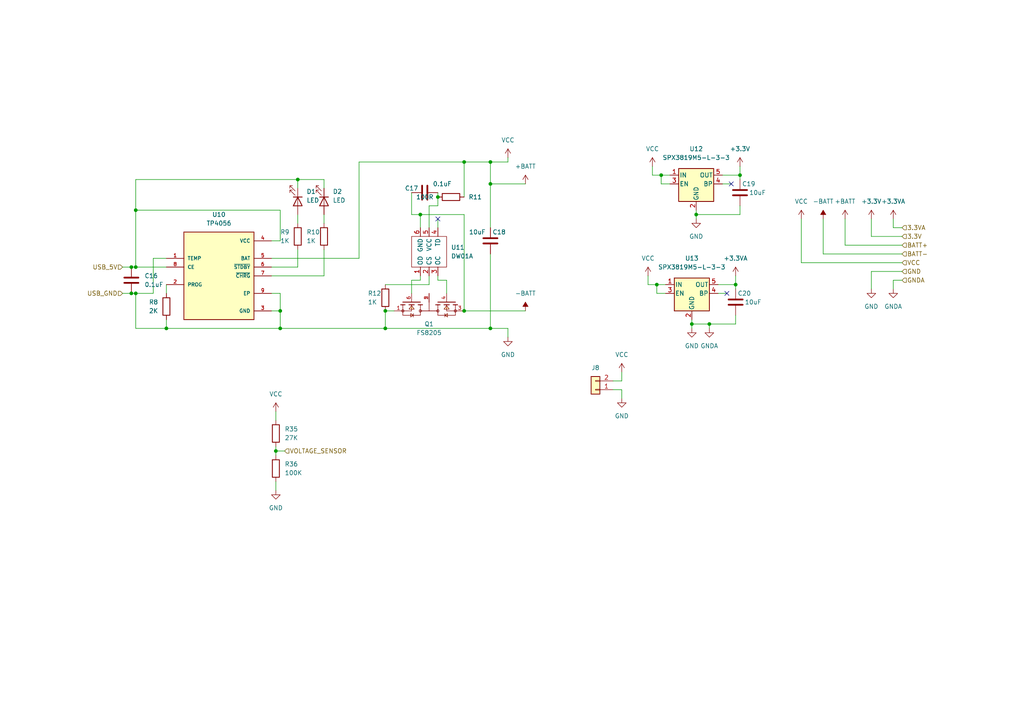
<source format=kicad_sch>
(kicad_sch (version 20211123) (generator eeschema)
  (paper "A4")
  (lib_symbols
    (symbol "Connector_Generic:Conn_01x02" (pin_names (offset 1.016) hide)
      (property "Reference" "J" (at 0 2.54 0))
      (property "Value" "Conn_01x02" (at 0 -5.08 0))
      (symbol "Conn_01x02_1_1"
        (rectangle (start -1.27 -2.413) (end 0 -2.667) (stroke (width 0.1524)))
        (rectangle (start -1.27 0.127) (end 0 -0.127) (stroke (width 0.1524)))
        (rectangle (start -1.27 1.27) (end 1.27 -3.81) (stroke (width 0.254)) (fill (type background)))
        (pin passive line (at -5.08 0 0) (length 3.81) (name "Pin_1") (number "1"))
        (pin passive line (at -5.08 -2.54 0) (length 3.81) (name "Pin_2") (number "2"))
      )
    )
    (symbol "Device:C" (pin_numbers hide) (pin_names (offset 0.254))
      (property "Reference" "C" (at 0.635 2.54 0))
      (property "Value" "C" (at 0.635 -2.54 0))
      (symbol "C_0_1"
        (polyline (pts (xy -2.032 -0.762) (xy 2.032 -0.762)) (stroke (width 0.508)))
        (polyline (pts (xy -2.032 0.762) (xy 2.032 0.762)) (stroke (width 0.508)))
      )
      (symbol "C_1_1"
        (pin passive line (at 0 3.81 270) (length 2.794) (name "~") (number "1"))
        (pin passive line (at 0 -3.81 90) (length 2.794) (name "~") (number "2"))
      )
    )
    (symbol "Device:LED" (pin_numbers hide) (pin_names (offset 1.016) hide)
      (property "Reference" "D" (at 0 2.54 0))
      (property "Value" "LED" (at 0 -2.54 0))
      (symbol "LED_0_1"
        (polyline (pts (xy -1.27 -1.27) (xy -1.27 1.27)) (stroke (width 0.254)))
        (polyline (pts (xy -1.27 0) (xy 1.27 0)))
        (polyline (pts (xy 1.27 -1.27) (xy 1.27 1.27) (xy -1.27 0) (xy 1.27 -1.27)) (stroke (width 0.254)))
        (polyline (pts (xy -3.048 -0.762) (xy -4.572 -2.286) (xy -3.81 -2.286) (xy -4.572 -2.286) (xy -4.572 -1.524)))
        (polyline (pts (xy -1.778 -0.762) (xy -3.302 -2.286) (xy -2.54 -2.286) (xy -3.302 -2.286) (xy -3.302 -1.524)))
      )
      (symbol "LED_1_1"
        (pin passive line (at -3.81 0 0) (length 2.54) (name "K") (number "1"))
        (pin passive line (at 3.81 0 180) (length 2.54) (name "A") (number "2"))
      )
    )
    (symbol "Device:R" (pin_numbers hide) (pin_names (offset 0))
      (property "Reference" "R" (at 2.032 0 90))
      (property "Value" "R" (at 0 0 90))
      (symbol "R_0_1"
        (rectangle (start -1.016 -2.54) (end 1.016 2.54) (stroke (width 0.254)))
      )
      (symbol "R_1_1"
        (pin passive line (at 0 3.81 270) (length 1.27) (name "~") (number "1"))
        (pin passive line (at 0 -3.81 90) (length 1.27) (name "~") (number "2"))
      )
    )
    (symbol "Regulator_Linear:SPX3819M5-L-3-3" (pin_names (offset 0.254))
      (property "Reference" "U" (at -3.81 5.715 0))
      (property "Value" "SPX3819M5-L-3-3" (at 0 5.715 0))
      (symbol "SPX3819M5-L-3-3_0_1"
        (rectangle (start -5.08 4.445) (end 5.08 -5.08) (stroke (width 0.254)) (fill (type background)))
      )
      (symbol "SPX3819M5-L-3-3_1_1"
        (pin power_in line (at -7.62 2.54 0) (length 2.54) (name "IN") (number "1"))
        (pin power_in line (at 0 -7.62 90) (length 2.54) (name "GND") (number "2"))
        (pin input line (at -7.62 0 0) (length 2.54) (name "EN") (number "3"))
        (pin input line (at 7.62 0 180) (length 2.54) (name "BP") (number "4"))
        (pin power_out line (at 7.62 2.54 180) (length 2.54) (name "OUT") (number "5"))
      )
    )
    (symbol "Supply:DW01A"
      (property "Reference" "D" (at 0 0 0))
      (property "Value" "DW01A" (at 7.62 2.54 0))
      (symbol "DW01A_0_1"
        (rectangle (start 0 0) (end 8.89 -10.16))
      )
      (symbol "DW01A_1_1"
        (pin output line (at -2.54 -2.54 0) (length 2.54) (name "OD") (number "1"))
        (pin input line (at -2.54 -5.08 0) (length 2.54) (name "CS") (number "2"))
        (pin output line (at -2.54 -7.62 0) (length 2.54) (name "OC") (number "3"))
        (pin input line (at 11.43 -7.62 180) (length 2.54) (name "TD") (number "4"))
        (pin power_in line (at 11.43 -5.08 180) (length 2.54) (name "VCC") (number "5"))
        (pin power_in line (at 11.43 -2.54 180) (length 2.54) (name "GND") (number "6"))
      )
    )
    (symbol "Supply:FS8205" (pin_names (offset 1.016) hide)
      (property "Reference" "Q" (at 2.54 2.286 0))
      (property "Value" "FS8205" (at 2.54 -2.032 0))
      (symbol "FS8205_0_0"
        (circle (center 0 -7.62) (radius 0.3556))
        (circle (center 0 -2.54) (radius 0.3556))
        (polyline (pts (xy -2.54 -2.54) (xy -2.54 -7.62)) (stroke (width 0.254)))
        (polyline (pts (xy -2.54 0) (xy 0 0)) (stroke (width 0.1524)))
        (polyline (pts (xy -2.54 2.54) (xy -2.54 7.62)) (stroke (width 0.254)))
        (polyline (pts (xy -1.778 -7.62) (xy -1.778 -8.255)) (stroke (width 0.254)))
        (polyline (pts (xy -1.778 -6.985) (xy -1.778 -7.62)) (stroke (width 0.254)))
        (polyline (pts (xy -1.778 -5.08) (xy -1.778 -5.842)) (stroke (width 0.254)))
        (polyline (pts (xy -1.778 -5.08) (xy 0 -5.08)) (stroke (width 0.1524)))
        (polyline (pts (xy -1.778 -4.318) (xy -1.778 -5.08)) (stroke (width 0.254)))
        (polyline (pts (xy -1.778 -2.54) (xy -1.778 -3.175)) (stroke (width 0.254)))
        (polyline (pts (xy -1.778 -2.54) (xy 0 -2.54)) (stroke (width 0.1524)))
        (polyline (pts (xy -1.778 -1.905) (xy -1.778 -2.54)) (stroke (width 0.254)))
        (polyline (pts (xy -1.778 1.905) (xy -1.778 2.54)) (stroke (width 0.254)))
        (polyline (pts (xy -1.778 2.54) (xy -1.778 3.175)) (stroke (width 0.254)))
        (polyline (pts (xy -1.778 2.54) (xy 0 2.54)) (stroke (width 0.1524)))
        (polyline (pts (xy -1.778 4.318) (xy -1.778 5.08)) (stroke (width 0.254)))
        (polyline (pts (xy -1.778 5.08) (xy -1.778 5.842)) (stroke (width 0.254)))
        (polyline (pts (xy -1.778 5.08) (xy 0 5.08)) (stroke (width 0.1524)))
        (polyline (pts (xy -1.778 6.985) (xy -1.778 7.62)) (stroke (width 0.254)))
        (polyline (pts (xy -1.778 7.62) (xy -1.778 8.255)) (stroke (width 0.254)))
        (polyline (pts (xy 0 -7.62) (xy -1.778 -7.62)) (stroke (width 0.1524)))
        (polyline (pts (xy 0 -7.62) (xy 1.27 -7.62)) (stroke (width 0.1524)))
        (polyline (pts (xy 0 -5.08) (xy 0 -7.62)) (stroke (width 0.1524)))
        (polyline (pts (xy 0 -2.54) (xy 1.27 -2.54)) (stroke (width 0.1524)))
        (polyline (pts (xy 0 0) (xy 0 -2.54)) (stroke (width 0.1778)))
        (polyline (pts (xy 0 2.54) (xy 0 0)) (stroke (width 0.1778)))
        (polyline (pts (xy 0 2.54) (xy 1.27 2.54)) (stroke (width 0.1524)))
        (polyline (pts (xy 0 5.08) (xy 0 7.62)) (stroke (width 0.1524)))
        (polyline (pts (xy 0 7.62) (xy -1.778 7.62)) (stroke (width 0.1524)))
        (polyline (pts (xy 0 7.62) (xy 1.27 7.62)) (stroke (width 0.1524)))
        (polyline (pts (xy 1.27 -4.572) (xy 0.762 -4.572)) (stroke (width 0.1524)))
        (polyline (pts (xy 1.27 -4.572) (xy 1.27 -7.62)) (stroke (width 0.1524)))
        (polyline (pts (xy 1.27 -2.54) (xy 1.27 -4.572)) (stroke (width 0.1524)))
        (polyline (pts (xy 1.27 2.54) (xy 1.27 4.572)) (stroke (width 0.1524)))
        (polyline (pts (xy 1.27 4.572) (xy 0.762 4.572)) (stroke (width 0.1524)))
        (polyline (pts (xy 1.27 4.572) (xy 1.27 7.62)) (stroke (width 0.1524)))
        (polyline (pts (xy 1.778 -4.572) (xy 1.27 -4.572)) (stroke (width 0.1524)))
        (polyline (pts (xy 1.778 4.572) (xy 1.27 4.572)) (stroke (width 0.1524)))
        (polyline (pts (xy -1.524 -5.08) (xy -0.508 -4.318) (xy -0.508 -5.842) (xy -1.524 -5.08)) (stroke (width 0.1524)) (fill (type background)))
        (polyline (pts (xy -1.524 5.08) (xy -0.508 4.318) (xy -0.508 5.842) (xy -1.524 5.08)) (stroke (width 0.1524)) (fill (type background)))
        (polyline (pts (xy 1.27 -4.572) (xy 0.762 -5.334) (xy 1.778 -5.334) (xy 1.27 -4.572)) (stroke (width 0.1524)) (fill (type background)))
        (polyline (pts (xy 1.27 4.572) (xy 0.762 5.334) (xy 1.778 5.334) (xy 1.27 4.572)) (stroke (width 0.1524)) (fill (type background)))
        (circle (center 0 2.54) (radius 0.3556))
        (circle (center 0 7.62) (radius 0.3556))
        (pin passive line (at 0 -10.16 90) (length 2.54) (name "~") (number "1"))
        (pin passive line (at -5.08 0 0) (length 2.54) (name "~") (number "2"))
        (pin passive line (at 0 10.16 270) (length 2.54) (name "~") (number "3"))
        (pin passive line (at -5.08 5.08 0) (length 2.54) (name "~") (number "4"))
        (pin passive line (at -5.08 0 0) (length 2.54) (name "~") (number "5"))
        (pin passive line (at -5.08 -5.08 0) (length 2.54) (name "~") (number "6"))
      )
    )
    (symbol "Supply:TP4056" (pin_names (offset 1.016))
      (property "Reference" "U" (at -10.16 13.208 0))
      (property "Value" "TP4056" (at -10.16 -15.24 0))
      (symbol "TP4056_0_0"
        (rectangle (start -10.16 -12.7) (end 10.16 12.7) (stroke (width 0.254)) (fill (type background)))
        (pin input line (at -15.24 5.08 0) (length 5.08) (name "TEMP") (number "1"))
        (pin bidirectional line (at -15.24 -2.54 0) (length 5.08) (name "PROG") (number "2"))
        (pin power_in line (at 15.24 -10.16 180) (length 5.08) (name "GND") (number "3"))
        (pin power_in line (at 15.24 10.16 180) (length 5.08) (name "VCC") (number "4"))
        (pin output line (at 15.24 5.08 180) (length 5.08) (name "BAT") (number "5"))
        (pin output line (at 15.24 2.54 180) (length 5.08) (name "~{STDBY}") (number "6"))
        (pin output line (at 15.24 0 180) (length 5.08) (name "~{CHRG}") (number "7"))
        (pin input line (at -15.24 2.54 0) (length 5.08) (name "CE") (number "8"))
        (pin passive line (at 15.24 -5.08 180) (length 5.08) (name "EP") (number "9"))
      )
    )
    (symbol "power:+3.3V" (power) (pin_names (offset 0))
      (property "Value" "+3.3V" (at 0 3.556 0))
      (symbol "+3.3V_0_1"
        (polyline (pts (xy -0.762 1.27) (xy 0 2.54)))
        (polyline (pts (xy 0 0) (xy 0 2.54)))
        (polyline (pts (xy 0 2.54) (xy 0.762 1.27)))
      )
      (symbol "+3.3V_1_1"
        (pin power_in line (at 0 0 90) (length 0) hide (name "+3.3V") (number "1"))
      )
    )
    (symbol "power:+3.3VA" (power) (pin_names (offset 0))
      (property "Value" "+3.3VA" (at 0 3.556 0))
      (symbol "+3.3VA_0_1"
        (polyline (pts (xy -0.762 1.27) (xy 0 2.54)))
        (polyline (pts (xy 0 0) (xy 0 2.54)))
        (polyline (pts (xy 0 2.54) (xy 0.762 1.27)))
      )
      (symbol "+3.3VA_1_1"
        (pin power_in line (at 0 0 90) (length 0) hide (name "+3.3VA") (number "1"))
      )
    )
    (symbol "power:+BATT" (power) (pin_names (offset 0))
      (property "Value" "+BATT" (at 0 3.556 0))
      (symbol "+BATT_0_1"
        (polyline (pts (xy -0.762 1.27) (xy 0 2.54)))
        (polyline (pts (xy 0 0) (xy 0 2.54)))
        (polyline (pts (xy 0 2.54) (xy 0.762 1.27)))
      )
      (symbol "+BATT_1_1"
        (pin power_in line (at 0 0 90) (length 0) hide (name "+BATT") (number "1"))
      )
    )
    (symbol "power:-BATT" (power) (pin_names (offset 0))
      (property "Value" "-BATT" (at 0 3.556 0))
      (symbol "-BATT_0_1"
        (polyline (pts (xy 0 0) (xy 0 2.54)))
        (polyline (pts (xy 0.762 1.27) (xy -0.762 1.27) (xy 0 2.54) (xy 0.762 1.27)) (fill (type outline)))
      )
      (symbol "-BATT_1_1"
        (pin power_in line (at 0 0 90) (length 0) hide (name "-BATT") (number "1"))
      )
    )
    (symbol "power:GND" (power) (pin_names (offset 0))
      (property "Value" "GND" (at 0 -3.81 0))
      (symbol "GND_0_1"
        (polyline (pts (xy 0 0) (xy 0 -1.27) (xy 1.27 -1.27) (xy 0 -2.54) (xy -1.27 -1.27) (xy 0 -1.27)))
      )
      (symbol "GND_1_1"
        (pin power_in line (at 0 0 270) (length 0) hide (name "GND") (number "1"))
      )
    )
    (symbol "power:GNDA" (power) (pin_names (offset 0))
      (property "Value" "GNDA" (at 0 -3.81 0))
      (symbol "GNDA_0_1"
        (polyline (pts (xy 0 0) (xy 0 -1.27) (xy 1.27 -1.27) (xy 0 -2.54) (xy -1.27 -1.27) (xy 0 -1.27)))
      )
      (symbol "GNDA_1_1"
        (pin power_in line (at 0 0 270) (length 0) hide (name "GNDA") (number "1"))
      )
    )
    (symbol "power:VCC" (power) (pin_names (offset 0))
      (property "Value" "VCC" (at 0 3.81 0))
      (symbol "VCC_0_1"
        (polyline (pts (xy -0.762 1.27) (xy 0 2.54)))
        (polyline (pts (xy 0 0) (xy 0 2.54)))
        (polyline (pts (xy 0 2.54) (xy 0.762 1.27)))
      )
      (symbol "VCC_1_1"
        (pin power_in line (at 0 0 90) (length 0) hide (name "VCC") (number "1"))
      )
    )
  )
  (junction (at 190.5 82.55))
  (junction (at 111.76 90.17))
  (junction (at 134.62 90.17))
  (junction (at 200.66 93.98))
  (junction (at 39.37 60.96))
  (junction (at 134.62 46.99))
  (junction (at 39.37 77.47))
  (junction (at 38.1 77.47))
  (junction (at 86.36 52.07))
  (junction (at 81.28 95.25))
  (junction (at 127 57.15))
  (junction (at 142.24 53.34))
  (junction (at 38.1 85.09))
  (junction (at 111.76 95.25))
  (junction (at 142.24 46.99))
  (junction (at 201.93 62.23))
  (junction (at 80.01 130.81))
  (junction (at 213.36 82.55))
  (junction (at 39.37 85.09))
  (junction (at 214.63 50.8))
  (junction (at 48.26 95.25))
  (junction (at 121.92 62.23))
  (junction (at 191.77 50.8))
  (junction (at 81.28 90.17))
  (junction (at 142.24 95.25))
  (junction (at 205.74 93.98))
  (no_connect (at 127 63.5))
  (no_connect (at 210.82 85.09))
  (no_connect (at 212.09 53.34))
  (wire (pts (xy 119.38 81.28) (xy 121.92 81.28)))
  (wire (pts (xy 189.23 50.8) (xy 189.23 48.26)))
  (wire (pts (xy 127 81.28) (xy 127 80.01)))
  (wire (pts (xy 147.32 95.25) (xy 147.32 97.79)))
  (wire (pts (xy 111.76 82.55) (xy 124.46 82.55)))
  (wire (pts (xy 39.37 52.07) (xy 39.37 60.96)))
  (wire (pts (xy 78.74 74.93) (xy 104.14 74.93)))
  (wire (pts (xy 124.46 59.69) (xy 124.46 66.04)))
  (wire (pts (xy 121.92 62.23) (xy 119.38 62.23)))
  (wire (pts (xy 38.1 85.09) (xy 39.37 85.09)))
  (wire (pts (xy 39.37 77.47) (xy 48.26 77.47)))
  (wire (pts (xy 104.14 74.93) (xy 104.14 46.99)))
  (wire (pts (xy 93.98 80.01) (xy 93.98 72.39)))
  (wire (pts (xy 80.01 130.81) (xy 80.01 132.08)))
  (wire (pts (xy 191.77 50.8) (xy 189.23 50.8)))
  (wire (pts (xy 205.74 93.98) (xy 200.66 93.98)))
  (wire (pts (xy 134.62 46.99) (xy 142.24 46.99)))
  (wire (pts (xy 214.63 62.23) (xy 201.93 62.23)))
  (wire (pts (xy 78.74 85.09) (xy 81.28 85.09)))
  (wire (pts (xy 190.5 82.55) (xy 187.96 82.55)))
  (wire (pts (xy 238.76 73.66) (xy 261.62 73.66)))
  (wire (pts (xy 48.26 92.71) (xy 48.26 95.25)))
  (wire (pts (xy 213.36 91.44) (xy 213.36 93.98)))
  (wire (pts (xy 142.24 66.04) (xy 142.24 53.34)))
  (wire (pts (xy 180.34 113.03) (xy 180.34 115.57)))
  (wire (pts (xy 127 59.69) (xy 127 57.15)))
  (wire (pts (xy 191.77 53.34) (xy 191.77 50.8)))
  (wire (pts (xy 80.01 129.54) (xy 80.01 130.81)))
  (wire (pts (xy 93.98 54.61) (xy 93.98 52.07)))
  (wire (pts (xy 81.28 60.96) (xy 39.37 60.96)))
  (wire (pts (xy 81.28 90.17) (xy 81.28 95.25)))
  (wire (pts (xy 261.62 68.58) (xy 252.73 68.58)))
  (wire (pts (xy 208.28 85.09) (xy 210.82 85.09)))
  (wire (pts (xy 81.28 69.85) (xy 81.28 60.96)))
  (wire (pts (xy 127 63.5) (xy 127 66.04)))
  (wire (pts (xy 124.46 59.69) (xy 127 59.69)))
  (wire (pts (xy 232.41 76.2) (xy 232.41 63.5)))
  (wire (pts (xy 127 57.15) (xy 127 55.88)))
  (wire (pts (xy 214.63 50.8) (xy 214.63 48.26)))
  (wire (pts (xy 35.56 77.47) (xy 38.1 77.47)))
  (wire (pts (xy 81.28 95.25) (xy 111.76 95.25)))
  (wire (pts (xy 190.5 82.55) (xy 193.04 82.55)))
  (wire (pts (xy 129.54 85.09) (xy 129.54 81.28)))
  (wire (pts (xy 142.24 46.99) (xy 147.32 46.99)))
  (wire (pts (xy 104.14 46.99) (xy 134.62 46.99)))
  (wire (pts (xy 78.74 69.85) (xy 81.28 69.85)))
  (wire (pts (xy 111.76 95.25) (xy 142.24 95.25)))
  (wire (pts (xy 81.28 95.25) (xy 48.26 95.25)))
  (wire (pts (xy 200.66 92.71) (xy 200.66 93.98)))
  (wire (pts (xy 213.36 82.55) (xy 213.36 83.82)))
  (wire (pts (xy 259.08 66.04) (xy 259.08 63.5)))
  (wire (pts (xy 39.37 85.09) (xy 44.45 85.09)))
  (wire (pts (xy 201.93 62.23) (xy 201.93 63.5)))
  (wire (pts (xy 177.8 110.49) (xy 180.34 110.49)))
  (wire (pts (xy 134.62 90.17) (xy 152.4 90.17)))
  (wire (pts (xy 93.98 62.23) (xy 93.98 64.77)))
  (wire (pts (xy 147.32 46.99) (xy 147.32 45.72)))
  (wire (pts (xy 78.74 77.47) (xy 86.36 77.47)))
  (wire (pts (xy 209.55 50.8) (xy 214.63 50.8)))
  (wire (pts (xy 44.45 85.09) (xy 44.45 74.93)))
  (wire (pts (xy 261.62 81.28) (xy 259.08 81.28)))
  (wire (pts (xy 86.36 52.07) (xy 39.37 52.07)))
  (wire (pts (xy 86.36 62.23) (xy 86.36 64.77)))
  (wire (pts (xy 93.98 52.07) (xy 86.36 52.07)))
  (wire (pts (xy 80.01 119.38) (xy 80.01 121.92)))
  (wire (pts (xy 39.37 60.96) (xy 39.37 77.47)))
  (wire (pts (xy 208.28 82.55) (xy 213.36 82.55)))
  (wire (pts (xy 261.62 71.12) (xy 245.11 71.12)))
  (wire (pts (xy 38.1 77.47) (xy 39.37 77.47)))
  (wire (pts (xy 134.62 62.23) (xy 134.62 90.17)))
  (wire (pts (xy 213.36 82.55) (xy 213.36 80.01)))
  (wire (pts (xy 190.5 85.09) (xy 190.5 82.55)))
  (wire (pts (xy 80.01 139.7) (xy 80.01 142.24)))
  (wire (pts (xy 213.36 93.98) (xy 205.74 93.98)))
  (wire (pts (xy 214.63 59.69) (xy 214.63 62.23)))
  (wire (pts (xy 48.26 95.25) (xy 39.37 95.25)))
  (wire (pts (xy 142.24 53.34) (xy 142.24 46.99)))
  (wire (pts (xy 187.96 82.55) (xy 187.96 80.01)))
  (wire (pts (xy 86.36 77.47) (xy 86.36 72.39)))
  (wire (pts (xy 261.62 76.2) (xy 232.41 76.2)))
  (wire (pts (xy 119.38 62.23) (xy 119.38 55.88)))
  (wire (pts (xy 245.11 71.12) (xy 245.11 63.5)))
  (wire (pts (xy 142.24 53.34) (xy 152.4 53.34)))
  (wire (pts (xy 35.56 85.09) (xy 38.1 85.09)))
  (wire (pts (xy 142.24 95.25) (xy 147.32 95.25)))
  (wire (pts (xy 252.73 78.74) (xy 252.73 83.82)))
  (wire (pts (xy 180.34 107.95) (xy 180.34 110.49)))
  (wire (pts (xy 111.76 90.17) (xy 111.76 95.25)))
  (wire (pts (xy 261.62 78.74) (xy 252.73 78.74)))
  (wire (pts (xy 80.01 130.81) (xy 82.55 130.81)))
  (wire (pts (xy 201.93 60.96) (xy 201.93 62.23)))
  (wire (pts (xy 134.62 46.99) (xy 134.62 57.15)))
  (wire (pts (xy 191.77 50.8) (xy 194.31 50.8)))
  (wire (pts (xy 78.74 90.17) (xy 81.28 90.17)))
  (wire (pts (xy 119.38 85.09) (xy 119.38 81.28)))
  (wire (pts (xy 39.37 95.25) (xy 39.37 85.09)))
  (wire (pts (xy 193.04 85.09) (xy 190.5 85.09)))
  (wire (pts (xy 209.55 53.34) (xy 212.09 53.34)))
  (wire (pts (xy 177.8 113.03) (xy 180.34 113.03)))
  (wire (pts (xy 48.26 82.55) (xy 48.26 85.09)))
  (wire (pts (xy 200.66 93.98) (xy 200.66 95.25)))
  (wire (pts (xy 259.08 81.28) (xy 259.08 83.82)))
  (wire (pts (xy 121.92 81.28) (xy 121.92 80.01)))
  (wire (pts (xy 214.63 50.8) (xy 214.63 52.07)))
  (wire (pts (xy 142.24 73.66) (xy 142.24 95.25)))
  (wire (pts (xy 86.36 52.07) (xy 86.36 54.61)))
  (wire (pts (xy 238.76 63.5) (xy 238.76 73.66)))
  (wire (pts (xy 129.54 81.28) (xy 127 81.28)))
  (wire (pts (xy 194.31 53.34) (xy 191.77 53.34)))
  (wire (pts (xy 44.45 74.93) (xy 48.26 74.93)))
  (wire (pts (xy 261.62 66.04) (xy 259.08 66.04)))
  (wire (pts (xy 81.28 85.09) (xy 81.28 90.17)))
  (wire (pts (xy 124.46 82.55) (xy 124.46 80.01)))
  (wire (pts (xy 121.92 66.04) (xy 121.92 62.23)))
  (wire (pts (xy 111.76 90.17) (xy 114.3 90.17)))
  (wire (pts (xy 121.92 62.23) (xy 134.62 62.23)))
  (wire (pts (xy 252.73 68.58) (xy 252.73 63.5)))
  (wire (pts (xy 78.74 80.01) (xy 93.98 80.01)))
  (wire (pts (xy 205.74 93.98) (xy 205.74 95.25)))
  (hierarchical_label "GND" (shape input) (at 261.62 78.74 0))
  (hierarchical_label "VOLTAGE_SENSOR" (shape input) (at 82.55 130.81 0))
  (hierarchical_label "VCC" (shape input) (at 261.62 76.2 0))
  (hierarchical_label "GNDA" (shape input) (at 261.62 81.28 0))
  (hierarchical_label "BATT+" (shape input) (at 261.62 71.12 0))
  (hierarchical_label "USB_GND" (shape input) (at 35.56 85.09 180))
  (hierarchical_label "3.3VA" (shape input) (at 261.62 66.04 0))
  (hierarchical_label "USB_5V" (shape input) (at 35.56 77.47 180))
  (hierarchical_label "3.3V" (shape input) (at 261.62 68.58 0))
  (hierarchical_label "BATT-" (shape input) (at 261.62 73.66 0))
  (symbol (lib_id "power:+BATT") (at 152.4 53.34 0) (unit 1)
    (property "Reference" "#PWR0162" (effects hide))
    (property "Value" "+BATT" (at 152.4 48.26 0))
  )
  (symbol (lib_id "power:-BATT") (at 238.76 63.5 0) (unit 1)
    (property "Reference" "#PWR0193" (effects hide))
    (property "Value" "-BATT" (at 238.76 58.42 0))
  )
  (symbol (lib_id "power:GND") (at 201.93 63.5 0) (unit 1)
    (property "Reference" "#PWR0170" (effects hide))
    (property "Value" "GND" (at 201.93 68.58 0))
  )
  (symbol (lib_id "power:+3.3V") (at 252.73 63.5 0) (unit 1)
    (property "Reference" "#PWR0177" (effects hide))
    (property "Value" "+3.3V" (at 252.73 58.42 0))
  )
  (symbol (lib_id "Device:R") (at 86.36 68.58 0) (unit 1)
    (property "Reference" "R9" (at 81.28 67.31 0) (effects (justify left)))
    (property "Value" "1K" (at 81.28 69.85 0) (effects (justify left)))
    (property "Footprint" "Resistor_SMD:R_0805_2012Metric_Pad1.20x1.40mm_HandSolder" (effects hide))
  )
  (symbol (lib_id "power:VCC") (at 80.01 119.38 0) (unit 1)
    (property "Reference" "#PWR0189" (effects hide))
    (property "Value" "VCC" (at 80.01 114.3 0))
  )
  (symbol (lib_id "power:GND") (at 200.66 95.25 0) (unit 1)
    (property "Reference" "#PWR0171" (effects hide))
    (property "Value" "GND" (at 200.66 100.33 0))
  )
  (symbol (lib_id "Regulator_Linear:SPX3819M5-L-3-3") (at 200.66 85.09 0) (unit 1)
    (property "Reference" "U13" (at 200.66 74.93 0))
    (property "Value" "SPX3819M5-L-3-3" (at 200.66 77.47 0))
    (property "Footprint" "Package_TO_SOT_SMD:SOT-23-5" (effects hide))
    (property "Datasheet" "https://www.exar.com/content/document.ashx?id=22106&languageid=1033&type=Datasheet&partnumber=SPX3819&filename=SPX3819.pdf&part=SPX3819" (effects hide))
  )
  (symbol (lib_id "Device:R") (at 80.01 125.73 0) (unit 1)
    (property "Reference" "R35" (at 82.55 124.4599 0) (effects (justify left)))
    (property "Value" "27K" (at 82.55 126.9999 0) (effects (justify left)))
    (property "Footprint" "Resistor_SMD:R_0805_2012Metric_Pad1.20x1.40mm_HandSolder" (effects hide))
  )
  (symbol (lib_id "Device:R") (at 111.76 86.36 0) (unit 1)
    (property "Reference" "R12" (at 106.68 85.09 0) (effects (justify left)))
    (property "Value" "1K" (at 106.68 87.63 0) (effects (justify left)))
    (property "Footprint" "Resistor_SMD:R_0805_2012Metric_Pad1.20x1.40mm_HandSolder" (effects hide))
  )
  (symbol (lib_id "Device:LED") (at 86.36 58.42 270) (unit 1)
    (property "Reference" "D1" (at 88.9 55.5624 90) (effects (justify left)))
    (property "Value" "LED" (at 88.9 58.1024 90) (effects (justify left)))
    (property "Footprint" "LED_SMD:LED_0805_2012Metric_Pad1.15x1.40mm_HandSolder" (effects hide))
  )
  (symbol (lib_id "Device:R") (at 93.98 68.58 0) (unit 1)
    (property "Reference" "R10" (at 88.9 67.31 0) (effects (justify left)))
    (property "Value" "1K" (at 88.9 69.85 0) (effects (justify left)))
    (property "Footprint" "Resistor_SMD:R_0805_2012Metric_Pad1.20x1.40mm_HandSolder" (effects hide))
  )
  (symbol (lib_id "Device:R") (at 48.26 88.9 0) (unit 1)
    (property "Reference" "R8" (at 43.18 87.63 0) (effects (justify left)))
    (property "Value" "2K" (at 43.18 90.17 0) (effects (justify left)))
    (property "Footprint" "Resistor_SMD:R_0805_2012Metric_Pad1.20x1.40mm_HandSolder" (effects hide))
  )
  (symbol (lib_id "power:VCC") (at 189.23 48.26 0) (unit 1)
    (property "Reference" "#PWR0168" (effects hide))
    (property "Value" "VCC" (at 189.23 43.18 0))
  )
  (symbol (lib_id "power:VCC") (at 180.34 107.95 0) (unit 1)
    (property "Reference" "#PWR01" (effects hide))
    (property "Value" "VCC" (at 180.34 102.87 0))
  )
  (symbol (lib_id "power:GND") (at 180.34 115.57 0) (unit 1)
    (property "Reference" "#PWR02" (effects hide))
    (property "Value" "GND" (at 180.34 120.65 0))
  )
  (symbol (lib_id "power:+3.3V") (at 214.63 48.26 0) (unit 1)
    (property "Reference" "#PWR0173" (effects hide))
    (property "Value" "+3.3V" (at 214.63 43.18 0))
  )
  (symbol (lib_id "Supply:TP4056") (at 63.5 80.01 0) (unit 1)
    (property "Reference" "U10" (at 63.5 62.23 0))
    (property "Value" "TP4056" (at 63.5 64.77 0))
    (property "Footprint" "SOP127P600X175-9N" (effects hide))
    (property "MAXIMUM_PACKAGE_HEIGHT" "1.75mm" (effects hide))
    (property "MANUFACTURER" "NanJing Top Power ASIC Corp." (effects hide))
    (property "STANDARD" "IPC 7351B" (effects hide))
  )
  (symbol (lib_id "power:+BATT") (at 245.11 63.5 0) (unit 1)
    (property "Reference" "#PWR0191" (effects hide))
    (property "Value" "+BATT" (at 245.11 58.42 0))
  )
  (symbol (lib_id "Device:R") (at 130.81 57.15 270) (unit 1)
    (property "Reference" "R11" (at 135.89 57.15 90) (effects (justify left)))
    (property "Value" "100R" (at 120.65 57.15 90) (effects (justify left)))
    (property "Footprint" "Resistor_SMD:R_0805_2012Metric_Pad1.20x1.40mm_HandSolder" (effects hide))
  )
  (symbol (lib_id "Device:C") (at 214.63 55.88 180) (unit 1)
    (property "Reference" "C19" (at 217.17 53.34 0))
    (property "Value" "10uF" (at 219.71 55.88 0))
    (property "Footprint" "Capacitor_SMD:C_0805_2012Metric_Pad1.18x1.45mm_HandSolder" (effects hide))
  )
  (symbol (lib_id "Device:C") (at 213.36 87.63 180) (unit 1)
    (property "Reference" "C20" (at 215.9 85.09 0))
    (property "Value" "10uF" (at 218.44 87.63 0))
    (property "Footprint" "Capacitor_SMD:C_0805_2012Metric_Pad1.18x1.45mm_HandSolder" (effects hide))
  )
  (symbol (lib_id "Supply:FS8205") (at 124.46 90.17 270) (unit 1)
    (property "Reference" "Q1" (at 124.46 93.98 90))
    (property "Value" "FS8205" (at 124.46 96.52 90))
    (property "Footprint" "SOT95P280X145-6N" (effects hide))
    (property "STANDARD" "IPC-7351B" (effects hide))
    (property "MANUFACTURER" "Fortune" (effects hide))
    (property "PARTREV" "1.9" (effects hide))
    (property "MAXIMUM_PACKAGE_HEIGHT" "1.45mm" (effects hide))
  )
  (symbol (lib_id "Regulator_Linear:SPX3819M5-L-3-3") (at 201.93 53.34 0) (unit 1)
    (property "Reference" "U12" (at 201.93 43.18 0))
    (property "Value" "SPX3819M5-L-3-3" (at 201.93 45.72 0))
    (property "Footprint" "Package_TO_SOT_SMD:SOT-23-5" (effects hide))
    (property "Datasheet" "https://www.exar.com/content/document.ashx?id=22106&languageid=1033&type=Datasheet&partnumber=SPX3819&filename=SPX3819.pdf&part=SPX3819" (effects hide))
  )
  (symbol (lib_id "Device:C") (at 123.19 55.88 270) (unit 1)
    (property "Reference" "C17" (at 119.38 54.61 90))
    (property "Value" "0.1uF" (at 128.27 53.34 90))
    (property "Footprint" "Capacitor_SMD:C_0805_2012Metric_Pad1.18x1.45mm_HandSolder" (effects hide))
  )
  (symbol (lib_id "power:+3.3VA") (at 259.08 63.5 0) (unit 1)
    (property "Reference" "#PWR0178" (effects hide))
    (property "Value" "+3.3VA" (at 259.08 58.42 0))
  )
  (symbol (lib_id "Connector_Generic:Conn_01x02") (at 172.72 113.03 180) (unit 1)
    (property "Reference" "J8" (at 172.72 106.68 0))
    (property "Value" "Conn_01x02" (effects hide))
    (property "Footprint" "Connector_PinHeader_2.54mm:PinHeader_1x02_P2.54mm_Vertical" (effects hide))
  )
  (symbol (lib_id "power:+3.3VA") (at 213.36 80.01 0) (unit 1)
    (property "Reference" "#PWR0174" (effects hide))
    (property "Value" "+3.3VA" (at 213.36 74.93 0))
  )
  (symbol (lib_id "power:GND") (at 80.01 142.24 0) (unit 1)
    (property "Reference" "#PWR0190" (effects hide))
    (property "Value" "GND" (at 80.01 147.32 0))
  )
  (symbol (lib_id "Device:R") (at 80.01 135.89 0) (unit 1)
    (property "Reference" "R36" (at 82.55 134.6199 0) (effects (justify left)))
    (property "Value" "100K" (at 82.55 137.1599 0) (effects (justify left)))
    (property "Footprint" "Resistor_SMD:R_0805_2012Metric_Pad1.20x1.40mm_HandSolder" (effects hide))
  )
  (symbol (lib_id "Supply:DW01A") (at 119.38 77.47 90) (unit 1)
    (property "Reference" "U11" (at 130.81 71.7549 90) (effects (justify right)))
    (property "Value" "DW01A" (at 130.81 74.2949 90) (effects (justify right)))
    (property "Footprint" "Package_TO_SOT_SMD:SOT-23-6_Handsoldering" (effects hide))
  )
  (symbol (lib_id "power:GNDA") (at 259.08 83.82 0) (unit 1)
    (property "Reference" "#PWR0175" (effects hide))
    (property "Value" "GNDA" (at 259.08 88.9 0))
  )
  (symbol (lib_id "power:GNDA") (at 205.74 95.25 0) (unit 1)
    (property "Reference" "#PWR0172" (effects hide))
    (property "Value" "GNDA" (at 205.74 100.33 0))
  )
  (symbol (lib_id "power:GND") (at 147.32 97.79 0) (unit 1)
    (property "Reference" "#PWR0161" (effects hide))
    (property "Value" "GND" (at 147.32 102.87 0))
  )
  (symbol (lib_id "power:VCC") (at 232.41 63.5 0) (unit 1)
    (property "Reference" "#PWR0192" (effects hide))
    (property "Value" "VCC" (at 232.41 58.42 0))
  )
  (symbol (lib_id "power:VCC") (at 187.96 80.01 0) (unit 1)
    (property "Reference" "#PWR0169" (effects hide))
    (property "Value" "VCC" (at 187.96 74.93 0))
  )
  (symbol (lib_id "Device:LED") (at 93.98 58.42 270) (unit 1)
    (property "Reference" "D2" (at 96.52 55.5624 90) (effects (justify left)))
    (property "Value" "LED" (at 96.52 58.1024 90) (effects (justify left)))
    (property "Footprint" "LED_SMD:LED_0805_2012Metric_Pad1.15x1.40mm_HandSolder" (effects hide))
  )
  (symbol (lib_id "Device:C") (at 142.24 69.85 180) (unit 1)
    (property "Reference" "C18" (at 144.78 67.31 0))
    (property "Value" "10uF" (at 138.43 67.31 0))
    (property "Footprint" "Capacitor_SMD:C_0805_2012Metric_Pad1.18x1.45mm_HandSolder" (effects hide))
  )
  (symbol (lib_id "power:-BATT") (at 152.4 90.17 0) (unit 1)
    (property "Reference" "#PWR0160" (effects hide))
    (property "Value" "-BATT" (at 152.4 85.09 0))
  )
  (symbol (lib_id "Device:C") (at 38.1 81.28 0) (unit 1)
    (property "Reference" "C16" (at 41.91 80.0099 0) (effects (justify left)))
    (property "Value" "0.1uF" (at 41.91 82.5499 0) (effects (justify left)))
    (property "Footprint" "Capacitor_SMD:C_0805_2012Metric_Pad1.18x1.45mm_HandSolder" (effects hide))
  )
  (symbol (lib_id "power:GND") (at 252.73 83.82 0) (unit 1)
    (property "Reference" "#PWR0176" (effects hide))
    (property "Value" "GND" (at 252.73 88.9 0))
  )
  (symbol (lib_id "power:VCC") (at 147.32 45.72 0) (unit 1)
    (property "Reference" "#PWR0163" (effects hide))
    (property "Value" "VCC" (at 147.32 40.64 0))
  )
)
</source>
